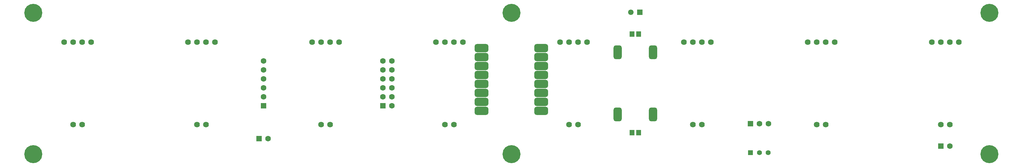
<source format=gbs>
G04*
G04 #@! TF.GenerationSoftware,Altium Limited,Altium Designer,22.0.2 (36)*
G04*
G04 Layer_Color=16711935*
%FSLAX25Y25*%
%MOIN*%
G70*
G04*
G04 #@! TF.SameCoordinates,9B93A529-F559-49E1-94B7-FA4AAFEA3FC9*
G04*
G04*
G04 #@! TF.FilePolarity,Negative*
G04*
G01*
G75*
%ADD11R,0.06102X0.06102*%
%ADD12C,0.06102*%
%ADD13C,0.06400*%
%ADD14C,0.20085*%
%ADD15R,0.06306X0.06306*%
%ADD16C,0.06306*%
%ADD17R,0.06306X0.06306*%
G04:AMPARAMS|DCode=18|XSize=153.61mil|YSize=90.61mil|CornerRadius=23.65mil|HoleSize=0mil|Usage=FLASHONLY|Rotation=90.000|XOffset=0mil|YOffset=0mil|HoleType=Round|Shape=RoundedRectangle|*
%AMROUNDEDRECTD18*
21,1,0.15361,0.04331,0,0,90.0*
21,1,0.10630,0.09061,0,0,90.0*
1,1,0.04731,0.02165,0.05315*
1,1,0.04731,0.02165,-0.05315*
1,1,0.04731,-0.02165,-0.05315*
1,1,0.04731,-0.02165,0.05315*
%
%ADD18ROUNDEDRECTD18*%
%ADD19C,0.05512*%
%ADD20R,0.05512X0.05512*%
G04:AMPARAMS|DCode=21|XSize=153.61mil|YSize=90.61mil|CornerRadius=23.65mil|HoleSize=0mil|Usage=FLASHONLY|Rotation=180.000|XOffset=0mil|YOffset=0mil|HoleType=Round|Shape=RoundedRectangle|*
%AMROUNDEDRECTD21*
21,1,0.15361,0.04331,0,0,180.0*
21,1,0.10630,0.09061,0,0,180.0*
1,1,0.04731,-0.05315,0.02165*
1,1,0.04731,0.05315,0.02165*
1,1,0.04731,0.05315,-0.02165*
1,1,0.04731,-0.05315,-0.02165*
%
%ADD21ROUNDEDRECTD21*%
%ADD31R,0.05518X0.06306*%
D11*
X142717Y79567D02*
D03*
D12*
X132874D02*
D03*
D13*
X221693Y46000D02*
D03*
X211693D02*
D03*
X191693D02*
D03*
X201693D02*
D03*
X211693Y-46000D02*
D03*
X201693D02*
D03*
X-487284D02*
D03*
X-477283D02*
D03*
X-487284Y46000D02*
D03*
X-497284D02*
D03*
X-477283D02*
D03*
X-467283D02*
D03*
X-329488D02*
D03*
X-339488D02*
D03*
X-359488D02*
D03*
X-349488D02*
D03*
X-339488Y-46000D02*
D03*
X-349488D02*
D03*
X-211693D02*
D03*
X-201693D02*
D03*
X-211693Y46000D02*
D03*
X-221693D02*
D03*
X-201693D02*
D03*
X-191693D02*
D03*
X-53898D02*
D03*
X-63898D02*
D03*
X-83898D02*
D03*
X-73898D02*
D03*
X-63898Y-46000D02*
D03*
X-73898D02*
D03*
X63898D02*
D03*
X73898D02*
D03*
X63898Y46000D02*
D03*
X53898D02*
D03*
X73898D02*
D03*
X83898D02*
D03*
X339488Y-46000D02*
D03*
X349488D02*
D03*
X339488Y46000D02*
D03*
X329488D02*
D03*
X349488D02*
D03*
X359488D02*
D03*
X497284D02*
D03*
X487284D02*
D03*
X467283D02*
D03*
X477283D02*
D03*
X487284Y-46000D02*
D03*
X477283D02*
D03*
D14*
X-531496Y-78740D02*
D03*
Y78740D02*
D03*
X531496D02*
D03*
Y-78740D02*
D03*
X0Y78740D02*
D03*
Y-78740D02*
D03*
D15*
X477283Y-70000D02*
D03*
X-280591Y-61500D02*
D03*
X265591Y-45000D02*
D03*
D16*
X487284Y-70000D02*
D03*
X-132795Y25000D02*
D03*
X-142795Y25000D02*
D03*
X-132795Y15000D02*
D03*
X-142795Y15000D02*
D03*
X-132795Y5000D02*
D03*
X-142795Y5000D02*
D03*
X-132795Y-5000D02*
D03*
X-142795D02*
D03*
X-132795Y-15000D02*
D03*
X-142795Y-15000D02*
D03*
X-132795Y-25000D02*
D03*
X-270591Y-61500D02*
D03*
X275591Y-45000D02*
D03*
X285591D02*
D03*
X-275590Y-15000D02*
D03*
Y-5000D02*
D03*
Y5000D02*
D03*
Y15000D02*
D03*
Y25000D02*
D03*
D17*
X-142795Y-25000D02*
D03*
X-275590D02*
D03*
D18*
X118110Y-34646D02*
D03*
X157480D02*
D03*
X118110Y34646D02*
D03*
X157480D02*
D03*
D19*
X285433Y-77067D02*
D03*
X275590D02*
D03*
D20*
X265748D02*
D03*
D21*
X33150Y-30500D02*
D03*
Y39500D02*
D03*
Y29500D02*
D03*
Y19500D02*
D03*
Y9500D02*
D03*
Y-500D02*
D03*
Y-10500D02*
D03*
Y-20500D02*
D03*
X-33150Y-30500D02*
D03*
Y-20500D02*
D03*
Y-10500D02*
D03*
Y-500D02*
D03*
Y9500D02*
D03*
Y19500D02*
D03*
Y29500D02*
D03*
Y39500D02*
D03*
D31*
X134055Y-55000D02*
D03*
X141535D02*
D03*
X134055Y55000D02*
D03*
X141535D02*
D03*
M02*

</source>
